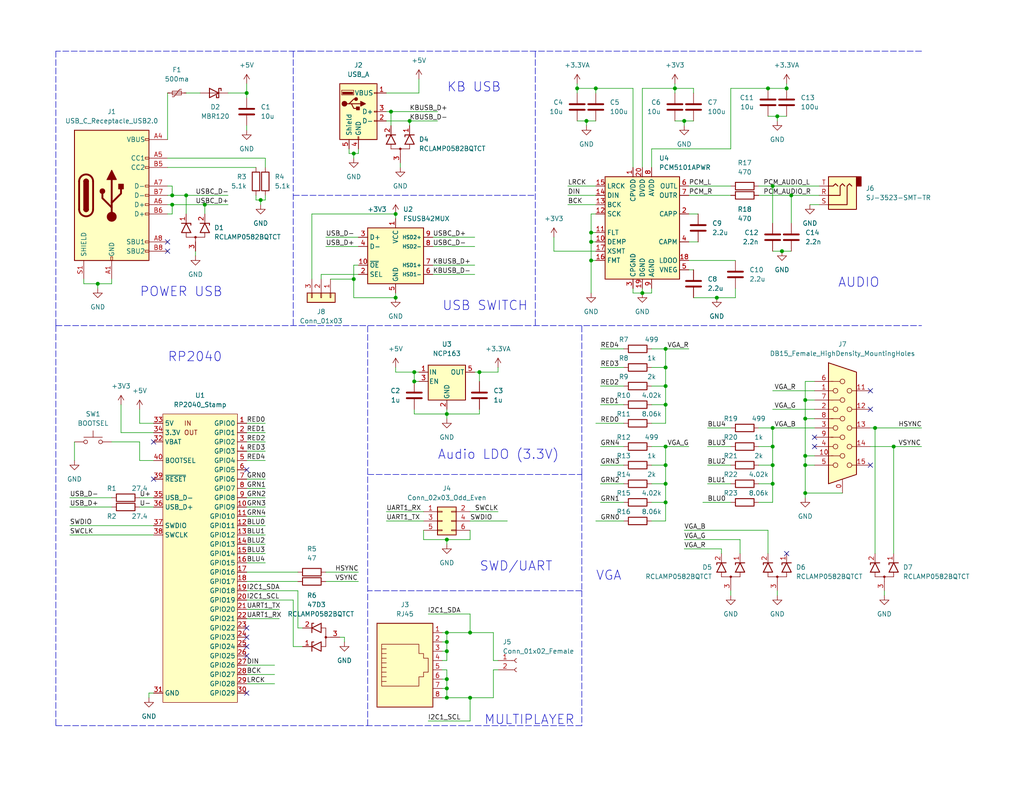
<source format=kicad_sch>
(kicad_sch (version 20211123) (generator eeschema)
  (paper "USLetter")
  (title_block (title "RP2040 ULTRA DOOM") (date "2022-09-02") (rev "0.1") (company "Designed By: Nick Bernhardt") (comment 1 "Creative Commons BY-NC-SA 4.0"))
  (junction (at 184.15 24.13))
  (junction (at 161.29 66.04))
  (junction (at 181.61 121.92))
  (junction (at 46.99 55.88))
  (junction (at 219.71 127))
  (junction (at 212.09 31.75))
  (junction (at 121.92 175.26))
  (junction (at 26.67 77.47))
  (junction (at 210.82 132.08))
  (junction (at 113.03 104.14))
  (junction (at 213.36 68.58))
  (junction (at 219.71 114.3))
  (junction (at 219.71 124.46))
  (junction (at 195.58 81.28))
  (junction (at 121.92 172.72))
  (junction (at 219.71 134.62))
  (junction (at 96.52 76.2))
  (junction (at 128.27 190.5))
  (junction (at 67.31 25.4))
  (junction (at 210.82 116.84))
  (junction (at 121.92 113.03))
  (junction (at 181.61 127))
  (junction (at 121.92 185.42))
  (junction (at 121.92 190.5))
  (junction (at 161.29 71.12))
  (junction (at 181.61 132.08))
  (junction (at 238.76 116.84))
  (junction (at 243.84 121.92))
  (junction (at 50.8 53.34))
  (junction (at 161.29 63.5))
  (junction (at 130.81 101.6))
  (junction (at 111.76 33.02))
  (junction (at 157.48 24.13))
  (junction (at 181.61 95.25))
  (junction (at 210.82 121.92))
  (junction (at 107.95 58.42))
  (junction (at 71.12 54.61))
  (junction (at 121.92 147.32))
  (junction (at 121.92 187.96))
  (junction (at 96.52 41.91))
  (junction (at 219.71 109.22))
  (junction (at 210.82 127))
  (junction (at 175.26 80.01))
  (junction (at 160.02 33.02))
  (junction (at 162.56 24.13))
  (junction (at 215.9 53.34))
  (junction (at 46.99 53.34))
  (junction (at 186.69 33.02))
  (junction (at 181.61 110.49))
  (junction (at 106.68 30.48))
  (junction (at 214.63 24.13))
  (junction (at 181.61 137.16))
  (junction (at 128.27 172.72))
  (junction (at 181.61 105.41))
  (junction (at 107.95 81.28))
  (junction (at 209.55 24.13))
  (junction (at 113.03 101.6))
  (junction (at 55.88 55.88))
  (junction (at 210.82 50.8))
  (junction (at 181.61 100.33))
  (junction (at 121.92 177.8))
  (no_connect (at 67.31 128.27))
  (no_connect (at 67.31 171.45))
  (no_connect (at 67.31 173.99))
  (no_connect (at 45.72 68.58))
  (no_connect (at 45.72 66.04))
  (no_connect (at 67.31 176.53))
  (no_connect (at 67.31 189.23))
  (no_connect (at 41.91 130.81))
  (no_connect (at 237.49 127))
  (no_connect (at 222.25 119.38))
  (no_connect (at 222.25 121.92))
  (no_connect (at 237.49 111.76))
  (no_connect (at 237.49 106.68))
  (no_connect (at 67.31 179.07))
  (no_connect (at 41.91 120.65))
  (no_connect (at 214.63 151.13))
  (polyline (pts (xy 15.24 13.97) (xy 15.24 88.9)))
  (wire (pts (xy 120.65 190.5) (xy 121.92 190.5)))
  (wire (pts (xy 121.92 147.32) (xy 128.27 147.32)))
  (polyline (pts (xy 146.05 13.97) (xy 146.05 88.9)))
  (wire (pts (xy 161.29 66.04) (xy 161.29 71.12)))
  (wire (pts (xy 207.01 50.8) (xy 210.82 50.8)))
  (wire (pts (xy 55.88 55.88) (xy 62.23 55.88)))
  (wire (pts (xy 95.25 40.64) (xy 95.25 41.91)))
  (wire (pts (xy 67.31 166.37) (xy 76.2 166.37)))
  (wire (pts (xy 199.39 40.64) (xy 199.39 24.13)))
  (wire (pts (xy 22.86 76.2) (xy 22.86 77.47)))
  (wire (pts (xy 210.82 68.58) (xy 213.36 68.58)))
  (wire (pts (xy 38.1 135.89) (xy 41.91 135.89)))
  (polyline (pts (xy 251.46 13.97) (xy 140.97 13.97)))
  (wire (pts (xy 120.65 175.26) (xy 121.92 175.26)))
  (wire (pts (xy 215.9 53.34) (xy 215.9 60.96)))
  (wire (pts (xy 46.99 58.42) (xy 46.99 55.88)))
  (wire (pts (xy 118.11 64.77) (xy 129.54 64.77)))
  (wire (pts (xy 45.72 45.72) (xy 69.85 45.72)))
  (wire (pts (xy 69.85 54.61) (xy 71.12 54.61)))
  (wire (pts (xy 209.55 24.13) (xy 214.63 24.13)))
  (polyline (pts (xy 85.09 13.97) (xy 15.24 13.97)))
  (wire (pts (xy 46.99 55.88) (xy 55.88 55.88)))
  (wire (pts (xy 212.09 31.75) (xy 212.09 33.02)))
  (wire (pts (xy 219.71 134.62) (xy 229.87 134.62)))
  (wire (pts (xy 215.9 53.34) (xy 223.52 53.34)))
  (wire (pts (xy 186.69 144.78) (xy 209.55 144.78)))
  (wire (pts (xy 67.31 163.83) (xy 80.01 163.83)))
  (wire (pts (xy 53.34 68.58) (xy 53.34 69.85)))
  (wire (pts (xy 41.91 118.11) (xy 33.02 118.11)))
  (wire (pts (xy 161.29 63.5) (xy 161.29 66.04)))
  (wire (pts (xy 113.03 101.6) (xy 114.3 101.6)))
  (wire (pts (xy 163.83 121.92) (xy 170.18 121.92)))
  (wire (pts (xy 161.29 58.42) (xy 161.29 63.5)))
  (wire (pts (xy 105.41 25.4) (xy 114.3 25.4)))
  (wire (pts (xy 162.56 33.02) (xy 160.02 33.02)))
  (polyline (pts (xy 140.97 88.9) (xy 85.09 88.9)))
  (polyline (pts (xy 100.33 129.54) (xy 158.75 129.54)))
  (wire (pts (xy 67.31 34.29) (xy 67.31 35.56)))
  (wire (pts (xy 46.99 50.8) (xy 46.99 53.34)))
  (wire (pts (xy 71.12 54.61) (xy 71.12 55.88)))
  (polyline (pts (xy 158.75 129.54) (xy 158.75 161.29)))
  (wire (pts (xy 222.25 104.14) (xy 219.71 104.14)))
  (polyline (pts (xy 15.24 88.9) (xy 85.09 88.9)))
  (wire (pts (xy 160.02 33.02) (xy 160.02 34.29)))
  (wire (pts (xy 187.96 71.12) (xy 200.66 71.12)))
  (wire (pts (xy 80.01 176.53) (xy 82.55 176.53)))
  (wire (pts (xy 130.81 111.76) (xy 130.81 113.03)))
  (wire (pts (xy 19.05 146.05) (xy 41.91 146.05)))
  (wire (pts (xy 105.41 33.02) (xy 111.76 33.02)))
  (wire (pts (xy 128.27 144.78) (xy 128.27 147.32)))
  (wire (pts (xy 109.22 44.45) (xy 109.22 45.72)))
  (wire (pts (xy 172.72 24.13) (xy 162.56 24.13)))
  (wire (pts (xy 93.98 173.99) (xy 93.98 175.26)))
  (polyline (pts (xy 158.75 198.12) (xy 100.33 198.12)))
  (wire (pts (xy 154.94 50.8) (xy 162.56 50.8)))
  (wire (pts (xy 209.55 31.75) (xy 212.09 31.75)))
  (wire (pts (xy 128.27 190.5) (xy 128.27 196.85)))
  (wire (pts (xy 105.41 139.7) (xy 115.57 139.7)))
  (wire (pts (xy 210.82 132.08) (xy 210.82 137.16)))
  (wire (pts (xy 219.71 124.46) (xy 219.71 127)))
  (wire (pts (xy 163.83 95.25) (xy 170.18 95.25)))
  (wire (pts (xy 210.82 50.8) (xy 210.82 60.96)))
  (wire (pts (xy 67.31 115.57) (xy 72.39 115.57)))
  (wire (pts (xy 120.65 185.42) (xy 121.92 185.42)))
  (wire (pts (xy 181.61 100.33) (xy 181.61 105.41)))
  (wire (pts (xy 38.1 120.65) (xy 30.48 120.65)))
  (wire (pts (xy 115.57 144.78) (xy 115.57 147.32)))
  (wire (pts (xy 177.8 40.64) (xy 199.39 40.64)))
  (wire (pts (xy 193.04 127) (xy 199.39 127)))
  (wire (pts (xy 128.27 172.72) (xy 134.62 172.72)))
  (polyline (pts (xy 100.33 198.12) (xy 100.33 88.9)))
  (wire (pts (xy 107.95 59.69) (xy 107.95 58.42)))
  (wire (pts (xy 40.64 189.23) (xy 40.64 190.5)))
  (wire (pts (xy 162.56 142.24) (xy 170.18 142.24)))
  (wire (pts (xy 121.92 175.26) (xy 121.92 177.8)))
  (wire (pts (xy 130.81 113.03) (xy 121.92 113.03)))
  (wire (pts (xy 154.94 53.34) (xy 162.56 53.34)))
  (wire (pts (xy 62.23 25.4) (xy 67.31 25.4)))
  (wire (pts (xy 121.92 190.5) (xy 128.27 190.5)))
  (wire (pts (xy 163.83 127) (xy 170.18 127)))
  (wire (pts (xy 191.77 137.16) (xy 199.39 137.16)))
  (wire (pts (xy 88.9 64.77) (xy 97.79 64.77)))
  (wire (pts (xy 67.31 22.86) (xy 67.31 25.4)))
  (wire (pts (xy 177.8 132.08) (xy 181.61 132.08)))
  (wire (pts (xy 121.92 111.76) (xy 121.92 113.03)))
  (wire (pts (xy 128.27 190.5) (xy 134.62 190.5)))
  (wire (pts (xy 207.01 137.16) (xy 210.82 137.16)))
  (wire (pts (xy 88.9 156.21) (xy 97.79 156.21)))
  (wire (pts (xy 243.84 121.92) (xy 251.46 121.92)))
  (wire (pts (xy 172.72 78.74) (xy 172.72 80.01)))
  (wire (pts (xy 95.25 41.91) (xy 96.52 41.91)))
  (wire (pts (xy 186.69 149.86) (xy 196.85 149.86)))
  (wire (pts (xy 181.61 110.49) (xy 181.61 115.57)))
  (wire (pts (xy 85.09 58.42) (xy 85.09 76.2)))
  (wire (pts (xy 184.15 22.86) (xy 184.15 24.13)))
  (wire (pts (xy 219.71 109.22) (xy 219.71 114.3)))
  (wire (pts (xy 105.41 30.48) (xy 106.68 30.48)))
  (wire (pts (xy 67.31 135.89) (xy 72.39 135.89)))
  (wire (pts (xy 200.66 81.28) (xy 195.58 81.28)))
  (wire (pts (xy 90.17 76.2) (xy 96.52 76.2)))
  (wire (pts (xy 106.68 30.48) (xy 106.68 34.29)))
  (wire (pts (xy 210.82 127) (xy 210.82 132.08)))
  (wire (pts (xy 181.61 95.25) (xy 187.96 95.25)))
  (wire (pts (xy 120.65 182.88) (xy 121.92 182.88)))
  (wire (pts (xy 175.26 78.74) (xy 175.26 80.01)))
  (wire (pts (xy 177.8 142.24) (xy 181.61 142.24)))
  (polyline (pts (xy 158.75 161.29) (xy 158.75 198.12)))
  (wire (pts (xy 157.48 24.13) (xy 157.48 25.4)))
  (wire (pts (xy 181.61 121.92) (xy 187.96 121.92)))
  (wire (pts (xy 30.48 76.2) (xy 30.48 77.47)))
  (wire (pts (xy 210.82 50.8) (xy 223.52 50.8)))
  (wire (pts (xy 72.39 53.34) (xy 72.39 54.61)))
  (wire (pts (xy 22.86 77.47) (xy 26.67 77.47)))
  (wire (pts (xy 107.95 58.42) (xy 85.09 58.42)))
  (wire (pts (xy 67.31 158.75) (xy 81.28 158.75)))
  (wire (pts (xy 184.15 24.13) (xy 189.23 24.13)))
  (wire (pts (xy 67.31 123.19) (xy 72.39 123.19)))
  (polyline (pts (xy 140.97 13.97) (xy 85.09 13.97)))
  (wire (pts (xy 97.79 41.91) (xy 96.52 41.91)))
  (wire (pts (xy 193.04 121.92) (xy 199.39 121.92)))
  (wire (pts (xy 67.31 120.65) (xy 72.39 120.65)))
  (wire (pts (xy 199.39 161.29) (xy 199.39 162.56)))
  (wire (pts (xy 184.15 24.13) (xy 175.26 24.13)))
  (polyline (pts (xy 140.97 88.9) (xy 251.46 88.9)))
  (wire (pts (xy 121.92 113.03) (xy 121.92 114.3)))
  (wire (pts (xy 161.29 71.12) (xy 162.56 71.12)))
  (wire (pts (xy 45.72 50.8) (xy 46.99 50.8)))
  (wire (pts (xy 50.8 53.34) (xy 50.8 58.42)))
  (wire (pts (xy 212.09 161.29) (xy 212.09 162.56)))
  (wire (pts (xy 45.72 25.4) (xy 45.72 38.1)))
  (wire (pts (xy 207.01 127) (xy 210.82 127)))
  (wire (pts (xy 161.29 71.12) (xy 161.29 80.01)))
  (polyline (pts (xy 158.75 161.29) (xy 100.33 161.29)))
  (wire (pts (xy 116.84 196.85) (xy 128.27 196.85)))
  (wire (pts (xy 113.03 113.03) (xy 121.92 113.03)))
  (wire (pts (xy 163.83 132.08) (xy 170.18 132.08)))
  (wire (pts (xy 115.57 147.32) (xy 121.92 147.32)))
  (wire (pts (xy 114.3 104.14) (xy 113.03 104.14)))
  (wire (pts (xy 186.69 33.02) (xy 186.69 34.29)))
  (polyline (pts (xy 15.24 88.9) (xy 15.24 198.12)))
  (wire (pts (xy 67.31 138.43) (xy 72.39 138.43)))
  (wire (pts (xy 38.1 125.73) (xy 38.1 120.65)))
  (wire (pts (xy 175.26 24.13) (xy 175.26 45.72)))
  (wire (pts (xy 157.48 22.86) (xy 157.48 24.13)))
  (wire (pts (xy 38.1 115.57) (xy 38.1 111.76)))
  (wire (pts (xy 67.31 151.13) (xy 72.39 151.13)))
  (wire (pts (xy 187.96 50.8) (xy 199.39 50.8)))
  (wire (pts (xy 200.66 78.74) (xy 200.66 81.28)))
  (wire (pts (xy 161.29 63.5) (xy 162.56 63.5)))
  (wire (pts (xy 163.83 137.16) (xy 170.18 137.16)))
  (wire (pts (xy 177.8 121.92) (xy 181.61 121.92)))
  (wire (pts (xy 81.28 161.29) (xy 81.28 171.45)))
  (wire (pts (xy 196.85 149.86) (xy 196.85 151.13)))
  (wire (pts (xy 189.23 81.28) (xy 195.58 81.28)))
  (wire (pts (xy 80.01 163.83) (xy 80.01 176.53)))
  (wire (pts (xy 181.61 95.25) (xy 181.61 100.33)))
  (wire (pts (xy 177.8 80.01) (xy 175.26 80.01)))
  (wire (pts (xy 219.71 127) (xy 219.71 134.62)))
  (wire (pts (xy 219.71 114.3) (xy 219.71 124.46)))
  (wire (pts (xy 184.15 24.13) (xy 184.15 25.4)))
  (wire (pts (xy 157.48 33.02) (xy 160.02 33.02)))
  (wire (pts (xy 181.61 121.92) (xy 181.61 127)))
  (wire (pts (xy 26.67 77.47) (xy 26.67 78.74)))
  (wire (pts (xy 177.8 110.49) (xy 181.61 110.49)))
  (wire (pts (xy 121.92 172.72) (xy 128.27 172.72)))
  (wire (pts (xy 128.27 139.7) (xy 135.89 139.7)))
  (wire (pts (xy 210.82 106.68) (xy 222.25 106.68)))
  (wire (pts (xy 69.85 53.34) (xy 69.85 54.61)))
  (wire (pts (xy 19.05 143.51) (xy 41.91 143.51)))
  (wire (pts (xy 162.56 115.57) (xy 170.18 115.57)))
  (wire (pts (xy 106.68 30.48) (xy 119.38 30.48)))
  (wire (pts (xy 67.31 143.51) (xy 72.39 143.51)))
  (wire (pts (xy 154.94 55.88) (xy 162.56 55.88)))
  (wire (pts (xy 177.8 127) (xy 181.61 127)))
  (wire (pts (xy 157.48 24.13) (xy 162.56 24.13)))
  (wire (pts (xy 187.96 53.34) (xy 199.39 53.34)))
  (wire (pts (xy 163.83 110.49) (xy 170.18 110.49)))
  (wire (pts (xy 181.61 105.41) (xy 181.61 110.49)))
  (wire (pts (xy 118.11 67.31) (xy 129.54 67.31)))
  (wire (pts (xy 120.65 180.34) (xy 121.92 180.34)))
  (wire (pts (xy 19.05 135.89) (xy 30.48 135.89)))
  (wire (pts (xy 41.91 115.57) (xy 38.1 115.57)))
  (wire (pts (xy 88.9 67.31) (xy 97.79 67.31)))
  (wire (pts (xy 92.71 173.99) (xy 93.98 173.99)))
  (wire (pts (xy 177.8 95.25) (xy 181.61 95.25)))
  (wire (pts (xy 219.71 124.46) (xy 222.25 124.46)))
  (wire (pts (xy 111.76 33.02) (xy 111.76 34.29)))
  (wire (pts (xy 121.92 172.72) (xy 121.92 175.26)))
  (wire (pts (xy 163.83 105.41) (xy 170.18 105.41)))
  (wire (pts (xy 177.8 137.16) (xy 181.61 137.16)))
  (wire (pts (xy 67.31 118.11) (xy 72.39 118.11)))
  (wire (pts (xy 214.63 22.86) (xy 214.63 24.13)))
  (wire (pts (xy 67.31 125.73) (xy 72.39 125.73)))
  (wire (pts (xy 46.99 53.34) (xy 50.8 53.34)))
  (wire (pts (xy 134.62 182.88) (xy 134.62 190.5)))
  (wire (pts (xy 67.31 156.21) (xy 81.28 156.21)))
  (wire (pts (xy 210.82 116.84) (xy 210.82 121.92)))
  (wire (pts (xy 107.95 80.01) (xy 107.95 81.28)))
  (wire (pts (xy 181.61 127) (xy 181.61 132.08)))
  (wire (pts (xy 219.71 127) (xy 222.25 127)))
  (wire (pts (xy 96.52 72.39) (xy 96.52 76.2)))
  (wire (pts (xy 114.3 21.59) (xy 114.3 25.4)))
  (wire (pts (xy 243.84 121.92) (xy 243.84 151.13)))
  (wire (pts (xy 45.72 43.18) (xy 72.39 43.18)))
  (polyline (pts (xy 15.24 198.12) (xy 100.33 198.12)))
  (wire (pts (xy 199.39 24.13) (xy 209.55 24.13)))
  (wire (pts (xy 193.04 132.08) (xy 199.39 132.08)))
  (wire (pts (xy 45.72 53.34) (xy 46.99 53.34)))
  (wire (pts (xy 20.32 120.65) (xy 20.32 125.73)))
  (wire (pts (xy 172.72 24.13) (xy 172.72 45.72)))
  (wire (pts (xy 120.65 187.96) (xy 121.92 187.96)))
  (wire (pts (xy 120.65 172.72) (xy 121.92 172.72)))
  (wire (pts (xy 111.76 33.02) (xy 119.38 33.02)))
  (wire (pts (xy 213.36 68.58) (xy 215.9 68.58)))
  (wire (pts (xy 177.8 78.74) (xy 177.8 80.01)))
  (wire (pts (xy 237.49 121.92) (xy 243.84 121.92)))
  (wire (pts (xy 121.92 185.42) (xy 121.92 187.96)))
  (wire (pts (xy 96.52 76.2) (xy 96.52 81.28)))
  (wire (pts (xy 207.01 53.34) (xy 215.9 53.34)))
  (wire (pts (xy 67.31 153.67) (xy 72.39 153.67)))
  (wire (pts (xy 67.31 186.69) (xy 74.93 186.69)))
  (wire (pts (xy 161.29 66.04) (xy 162.56 66.04)))
  (wire (pts (xy 135.89 100.33) (xy 135.89 101.6)))
  (wire (pts (xy 96.52 41.91) (xy 96.52 43.18)))
  (wire (pts (xy 87.63 74.93) (xy 87.63 76.2)))
  (wire (pts (xy 88.9 158.75) (xy 97.79 158.75)))
  (wire (pts (xy 187.96 58.42) (xy 190.5 58.42)))
  (wire (pts (xy 135.89 180.34) (xy 134.62 180.34)))
  (wire (pts (xy 121.92 177.8) (xy 121.92 180.34)))
  (wire (pts (xy 187.96 73.66) (xy 189.23 73.66)))
  (wire (pts (xy 162.56 24.13) (xy 162.56 25.4)))
  (wire (pts (xy 163.83 100.33) (xy 170.18 100.33)))
  (wire (pts (xy 214.63 31.75) (xy 212.09 31.75)))
  (wire (pts (xy 67.31 184.15) (xy 74.93 184.15)))
  (wire (pts (xy 162.56 58.42) (xy 161.29 58.42)))
  (wire (pts (xy 219.71 134.62) (xy 219.71 135.89)))
  (wire (pts (xy 19.05 138.43) (xy 30.48 138.43)))
  (wire (pts (xy 130.81 101.6) (xy 130.81 104.14)))
  (wire (pts (xy 241.3 161.29) (xy 241.3 162.56)))
  (wire (pts (xy 81.28 171.45) (xy 82.55 171.45)))
  (wire (pts (xy 67.31 161.29) (xy 81.28 161.29)))
  (wire (pts (xy 189.23 33.02) (xy 186.69 33.02)))
  (wire (pts (xy 210.82 116.84) (xy 222.25 116.84)))
  (wire (pts (xy 134.62 172.72) (xy 134.62 180.34)))
  (wire (pts (xy 187.96 66.04) (xy 190.5 66.04)))
  (polyline (pts (xy 81.28 13.97) (xy 85.09 13.97)))
  (wire (pts (xy 120.65 177.8) (xy 121.92 177.8)))
  (wire (pts (xy 130.81 101.6) (xy 129.54 101.6)))
  (wire (pts (xy 135.89 182.88) (xy 134.62 182.88)))
  (wire (pts (xy 151.13 64.77) (xy 151.13 68.58)))
  (wire (pts (xy 209.55 144.78) (xy 209.55 151.13)))
  (wire (pts (xy 237.49 116.84) (xy 238.76 116.84)))
  (polyline (pts (xy 80.01 53.34) (xy 146.05 53.34)))
  (wire (pts (xy 97.79 72.39) (xy 96.52 72.39)))
  (wire (pts (xy 105.41 142.24) (xy 115.57 142.24)))
  (wire (pts (xy 201.93 147.32) (xy 201.93 151.13)))
  (wire (pts (xy 177.8 45.72) (xy 177.8 40.64)))
  (wire (pts (xy 177.8 100.33) (xy 181.61 100.33)))
  (wire (pts (xy 238.76 116.84) (xy 251.46 116.84)))
  (wire (pts (xy 238.76 116.84) (xy 238.76 151.13)))
  (wire (pts (xy 67.31 25.4) (xy 67.31 26.67)))
  (wire (pts (xy 135.89 101.6) (xy 130.81 101.6)))
  (wire (pts (xy 38.1 138.43) (xy 41.91 138.43)))
  (wire (pts (xy 67.31 146.05) (xy 72.39 146.05)))
  (wire (pts (xy 219.71 114.3) (xy 222.25 114.3)))
  (wire (pts (xy 189.23 24.13) (xy 189.23 25.4)))
  (wire (pts (xy 38.1 125.73) (xy 41.91 125.73)))
  (wire (pts (xy 67.31 133.35) (xy 72.39 133.35)))
  (wire (pts (xy 97.79 40.64) (xy 97.79 41.91)))
  (wire (pts (xy 67.31 140.97) (xy 72.39 140.97)))
  (wire (pts (xy 210.82 111.76) (xy 222.25 111.76)))
  (wire (pts (xy 67.31 168.91) (xy 76.2 168.91)))
  (polyline (pts (xy 158.75 129.54) (xy 158.75 88.9)))
  (wire (pts (xy 113.03 104.14) (xy 113.03 101.6)))
  (wire (pts (xy 41.91 189.23) (xy 40.64 189.23)))
  (wire (pts (xy 67.31 130.81) (xy 72.39 130.81)))
  (wire (pts (xy 184.15 33.02) (xy 186.69 33.02)))
  (wire (pts (xy 113.03 101.6) (xy 107.95 101.6)))
  (wire (pts (xy 207.01 116.84) (xy 210.82 116.84)))
  (wire (pts (xy 55.88 55.88) (xy 55.88 58.42)))
  (wire (pts (xy 128.27 172.72) (xy 128.27 167.64)))
  (wire (pts (xy 151.13 68.58) (xy 162.56 68.58)))
  (wire (pts (xy 207.01 132.08) (xy 210.82 132.08)))
  (wire (pts (xy 121.92 187.96) (xy 121.92 190.5)))
  (wire (pts (xy 67.31 181.61) (xy 74.93 181.61)))
  (wire (pts (xy 181.61 132.08) (xy 181.61 137.16)))
  (wire (pts (xy 45.72 55.88) (xy 46.99 55.88)))
  (wire (pts (xy 186.69 147.32) (xy 201.93 147.32)))
  (wire (pts (xy 210.82 121.92) (xy 210.82 127)))
  (wire (pts (xy 50.8 25.4) (xy 54.61 25.4)))
  (wire (pts (xy 116.84 167.64) (xy 128.27 167.64)))
  (wire (pts (xy 113.03 111.76) (xy 113.03 113.03)))
  (wire (pts (xy 121.92 147.32) (xy 121.92 148.59)))
  (wire (pts (xy 219.71 104.14) (xy 219.71 109.22)))
  (wire (pts (xy 118.11 74.93) (xy 129.54 74.93)))
  (wire (pts (xy 121.92 182.88) (xy 121.92 185.42)))
  (wire (pts (xy 177.8 115.57) (xy 181.61 115.57)))
  (polyline (pts (xy 80.01 13.97) (xy 80.01 88.9)))
  (wire (pts (xy 107.95 100.33) (xy 107.95 101.6)))
  (wire (pts (xy 71.12 54.61) (xy 72.39 54.61)))
  (wire (pts (xy 50.8 53.34) (xy 62.23 53.34)))
  (wire (pts (xy 207.01 121.92) (xy 210.82 121.92)))
  (wire (pts (xy 181.61 137.16) (xy 181.61 142.24)))
  (wire (pts (xy 87.63 74.93) (xy 97.79 74.93)))
  (wire (pts (xy 220.98 55.88) (xy 223.52 55.88)))
  (wire (pts (xy 67.31 148.59) (xy 72.39 148.59)))
  (wire (pts (xy 177.8 105.41) (xy 181.61 105.41)))
  (wire (pts (xy 45.72 58.42) (xy 46.99 58.42)))
  (wire (pts (xy 96.52 81.28) (xy 107.95 81.28)))
  (wire (pts (xy 72.39 43.18) (xy 72.39 45.72)))
  (wire (pts (xy 33.02 118.11) (xy 33.02 110.49)))
  (wire (pts (xy 193.04 116.84) (xy 199.39 116.84)))
  (wire (pts (xy 118.11 72.39) (xy 129.54 72.39)))
  (wire (pts (xy 30.48 77.47) (xy 26.67 77.47)))
  (wire (pts (xy 219.71 109.22) (xy 222.25 109.22)))
  (wire (pts (xy 128.27 142.24) (xy 138.43 142.24)))
  (wire (pts (xy 172.72 80.01) (xy 175.26 80.01)))
  (text "VGA" (at 162.56 158.75 0) (effects (font (size 2.54 2.54)) (justify left bottom)))
  (text "Audio LDO (3.3V)" (at 119.38 125.73 0) (effects (font (size 2.54 2.54)) (justify left bottom)))
  (text "SWD/UART" (at 130.81 156.21 0) (effects (font (size 2.54 2.54)) (justify left bottom)))
  (text "MULTIPLAYER" (at 132.08 198.12 0) (effects (font (size 2.54 2.54)) (justify left bottom)))
  (text "USB SWITCH" (at 120.65 85.09 0) (effects (font (size 2.54 2.54)) (justify left bottom)))
  (text "POWER USB" (at 38.1 81.28 0) (effects (font (size 2.54 2.54)) (justify left bottom)))
  (text "AUDIO" (at 228.6 78.74 0) (effects (font (size 2.54 2.54)) (justify left bottom)))
  (text "RP2040" (at 45.72 99.06 0) (effects (font (size 2.54 2.54)) (justify left bottom)))
  (text "KB USB" (at 121.92 25.4 0) (effects (font (size 2.54 2.54)) (justify left bottom)))
  (label "LRCK" (at 154.94 50.8 0))
  (label "UART1_TX" (at 105.41 142.24 0))
  (label "UART1_TX" (at 67.31 166.37 0))
  (label "GRN4" (at 67.31 140.97 0))
  (label "GRN2" (at 67.31 135.89 0))
  (label "DIN" (at 154.94 53.34 0))
  (label "VGA_B" (at 186.69 144.78 0))
  (label "LRCK" (at 67.31 186.69 0))
  (label "BLU4" (at 67.31 153.67 0))
  (label "SWCLK" (at 129.54 139.7 0))
  (label "BLU1" (at 193.04 132.08 0))
  (label "USB_D+" (at 88.9 67.31 0))
  (label "PCM_AUDIO_R" (at 208.28 53.34 0))
  (label "SWDIO" (at 19.05 143.51 0))
  (label "VSYNC" (at 91.44 158.75 0))
  (label "USB_D-" (at 19.05 135.89 0))
  (label "BLU2" (at 193.04 127 0))
  (label "HSYNC" (at 245.11 116.84 0))
  (label "I2C1_SDA" (at 125.73 167.64 180))
  (label "U+" (at 38.1 135.89 0))
  (label "RED3" (at 163.83 100.33 0))
  (label "I2C1_SCL" (at 125.73 196.85 180))
  (label "KBUSB_D+" (at 111.76 30.48 0))
  (label "BLU1" (at 67.31 146.05 0))
  (label "DIN" (at 67.31 181.61 0))
  (label "I2C1_SCL" (at 67.31 163.83 0))
  (label "PCM_R" (at 187.96 53.34 0))
  (label "BLU4" (at 193.04 116.84 0))
  (label "VGA_G" (at 186.69 147.32 0))
  (label "GRN0" (at 67.31 130.81 0))
  (label "RED0" (at 67.31 115.57 0))
  (label "VGA_R" (at 217.17 106.68 180))
  (label "BLU3" (at 193.04 121.92 0))
  (label "GRN0" (at 163.83 142.24 0))
  (label "SWCLK" (at 19.05 146.05 0))
  (label "KBUSB_D-" (at 118.11 74.93 0))
  (label "GRN3" (at 67.31 138.43 0))
  (label "GRN2" (at 163.83 132.08 0))
  (label "RED4" (at 163.83 95.25 0))
  (label "RED1" (at 67.31 118.11 0))
  (label "RED1" (at 163.83 110.49 0))
  (label "USB_D+" (at 19.05 138.43 0))
  (label "USBC_D+" (at 118.11 64.77 0))
  (label "USBC_D-" (at 118.11 67.31 0))
  (label "RED3" (at 67.31 123.19 0))
  (label "KBUSB_D-" (at 111.76 33.02 0))
  (label "USBC_D+" (at 53.34 55.88 0))
  (label "RED2" (at 67.31 120.65 0))
  (label "VGA_G" (at 217.17 111.76 180))
  (label "VGA_B" (at 217.17 116.84 180))
  (label "USBC_D-" (at 53.34 53.34 0))
  (label "VSYNC" (at 245.11 121.92 0))
  (label "RED4" (at 67.31 125.73 0))
  (label "UART1_RX" (at 105.41 139.7 0))
  (label "GRN4" (at 163.83 121.92 0))
  (label "GRN1" (at 163.83 137.16 0))
  (label "UART1_RX" (at 67.31 168.91 0))
  (label "I2C1_SDA" (at 67.31 161.29 0))
  (label "HSYNC" (at 91.44 156.21 0))
  (label "BLU3" (at 67.31 151.13 0))
  (label "GRN1" (at 67.31 133.35 0))
  (label "PCM_AUDIO_L" (at 208.28 50.8 0))
  (label "GRN3" (at 163.83 127 0))
  (label "VGA_G" (at 187.96 121.92 180))
  (label "BLU0" (at 193.04 137.16 0))
  (label "RED2" (at 163.83 105.41 0))
  (label "VGA_R" (at 187.96 95.25 180))
  (label "RED0" (at 163.83 115.57 0))
  (label "U-" (at 38.1 138.43 0))
  (label "BLU2" (at 67.31 148.59 0))
  (label "PCM_L" (at 187.96 50.8 0))
  (label "USB_D-" (at 88.9 64.77 0))
  (label "SWDIO" (at 128.27 142.24 0))
  (label "VGA_R" (at 186.69 149.86 0))
  (label "BLU0" (at 67.31 143.51 0))
  (label "BCK" (at 154.94 55.88 0))
  (label "BCK" (at 67.31 184.15 0))
  (label "KBUSB_D+" (at 118.11 72.39 0))
  (symbol (lib_id "Device:C") (at 189.23 29.21 0) (unit 1)
    (property "Reference" "C7" (at 193.04 27.9399 0) (effects (justify left)))
    (property "Value" "100u" (at 193.04 30.4799 0) (effects (justify left)))
    (property "Footprint" "Capacitor_SMD:C_1210_3225Metric" (effects hide))
    (property "Mouser" "https://www.mouser.com/ProductDetail/Murata-Electronics/GRM32ER61A107ME20L?qs=QRVci0nWsCb7NlWFDLlBHA%3D%3D" (effects hide))
  )
  (symbol (lib_id "Device:C") (at 210.82 64.77 0) (unit 1)
    (property "Reference" "C12" (at 207.01 63.4999 0) (effects (justify right)))
    (property "Value" "2.2n" (at 207.01 66.0399 0) (effects (justify right)))
    (property "Footprint" "Capacitor_SMD:C_0603_1608Metric" (effects hide))
    (property "Mouser" "https://www.mouser.com/ProductDetail/Murata-Electronics/GRM1885C1H222JA01D?qs=LTSJzWPhWVwLnVjr0tf7BQ%3D%3D" (effects hide))
  )
  (symbol (lib_id "Device:R") (at 203.2 116.84 90) (unit 1)
    (property "Reference" "R19" (at 199.39 114.3 90))
    (property "Value" "499" (at 207.01 114.3 90))
    (property "Footprint" "Resistor_SMD:R_1206_3216Metric" (effects hide))
    (property "Mouser" "https://www.mouser.com/ProductDetail/Vishay-Dale/CRCW1206499RFKEAC?qs=E3Y5ESvWgWNtus3Z53N0rA%3D%3D" (effects hide))
    (property "MouserPN" "71-CRCW1206499RFKEAC" (effects hide))
  )
  (symbol (lib_id "Connector:DB15_Female_HighDensity_MountingHoles") (at 229.87 116.84 0) (unit 1)
    (property "Reference" "J7" (at 229.87 93.98 0))
    (property "Value" "DB15_Female_HighDensity_MountingHoles" (at 229.87 96.52 0))
    (property "Footprint" "Library Loader:L77HDE15SD1CH4RHNVGA" (effects hide))
    (property "Datasheet" " ~" (effects hide))
    (property "Mouser" "https://www.mouser.com/ProductDetail/Amphenol-Commercial-Products/L77HDE15SD1CH4RHNVGA?qs=sGAEpiMZZMuCYX%2F97lp%252BMd3rBgv0qTySPNMMUbtbYguIx4S%252BKAcEVw%3D%3D" (effects hide))
  )
  (symbol (lib_id "Device:C") (at 113.03 107.95 0) (unit 1)
    (property "Reference" "C2" (at 109.22 106.6799 0) (effects (justify right)))
    (property "Value" "1u" (at 109.22 109.2199 0) (effects (justify right)))
    (property "Footprint" "Capacitor_SMD:C_0805_2012Metric" (effects hide))
    (property "Mouser" "https://www.mouser.com/ProductDetail/Murata-Electronics/GRM21BR71A105KA01K?qs=Rc6BINVvJ%2FiXBniUY2d%2FOg%3D%3D" (effects hide))
  )
  (symbol (lib_id "Device:R") (at 203.2 132.08 90) (unit 1)
    (property "Reference" "R22" (at 199.39 129.54 90))
    (property "Value" "4.02k" (at 207.01 129.54 90))
    (property "Footprint" "Resistor_SMD:R_1206_3216Metric" (effects hide))
    (property "Mouser" "https://www.mouser.com/ProductDetail/Vishay-Dale/CRCW12064K02FKEAC?qs=E3Y5ESvWgWNuVhu396vOuw%3D%3D" (effects hide))
    (property "MouserPN" "71-CRCW12064K02FKEAC" (effects hide))
  )
  (symbol (lib_id "Device:C") (at 209.55 27.94 0) (unit 1)
    (property "Reference" "C11" (at 205.74 26.6699 0) (effects (justify right)))
    (property "Value" "10u" (at 205.74 29.2099 0) (effects (justify right)))
    (property "Footprint" "Capacitor_SMD:C_0805_2012Metric" (effects hide))
    (property "Mouser" "https://www.mouser.com/ProductDetail/Murata-Electronics/GRM21BR71A106KA73K?qs=QzBtWTOodeUGp6CMAlHyIg%3D%3D" (effects hide))
  )
  (symbol (lib_id "Device:R") (at 34.29 135.89 90) (unit 1)
    (property "Reference" "R1" (at 30.48 133.35 90))
    (property "Value" "27.4" (at 38.1 133.35 90))
    (property "Footprint" "Resistor_SMD:R_1206_3216Metric" (effects hide))
    (property "Mouser" "https://www.mouser.com/ProductDetail/Vishay-Dale/CRCW120627R4FKTB?qs=wiO5jjUX9wvTA9MW33%2FStA%3D%3D" (effects hide))
    (property "MouserPN" "71-CRCW120627R4FKTB" (effects hide))
  )
  (symbol (lib_id "power:GND") (at 186.69 34.29 0) (unit 1)
    (property "Reference" "#PWR025" (effects hide))
    (property "Value" "GND" (at 186.69 39.37 0))
  )
  (symbol (lib_id "Device:C") (at 184.15 29.21 0) (unit 1)
    (property "Reference" "C6" (at 180.34 27.9399 0) (effects (justify right)))
    (property "Value" "10u" (at 180.34 30.4799 0) (effects (justify right)))
    (property "Footprint" "Capacitor_SMD:C_0805_2012Metric" (effects hide))
    (property "Mouser" "https://www.mouser.com/ProductDetail/Murata-Electronics/GRM21BR71A106KA73K?qs=QzBtWTOodeUGp6CMAlHyIg%3D%3D" (effects hide))
  )
  (symbol (lib_id "Power_Protection:RCLAMP0582B") (at 109.22 39.37 270) (mirror x) (unit 1)
    (property "Reference" "D4" (at 114.3 38.0364 90) (effects (justify left)))
    (property "Value" "RCLAMP0582BQTCT" (at 114.3 40.5764 90) (effects (justify left)))
    (property "Footprint" "Doom_Pico:TVS_RCLAMP0502B.TCT" (effects hide))
    (property "Datasheet" "https://www.semtech.com/products/circuit-protection/low-capacitance/rclamp0582b" (effects hide))
    (property "Mouser" "https://www.mouser.com/ProductDetail/Semtech/RCLAMP0582BQTCT?qs=rBWM4%252BvDhIdyuNQteOG89g%3D%3D" (effects hide))
    (property "MouserPN" "947-RCLAMP0582BQTCT" (effects hide))
  )
  (symbol (lib_id "power:+3.3VA") (at 135.89 100.33 0) (unit 1)
    (property "Reference" "#PWR018" (effects hide))
    (property "Value" "+3.3VA" (at 135.89 95.25 0))
  )
  (symbol (lib_id "Device:R") (at 173.99 137.16 90) (unit 1)
    (property "Reference" "R15" (at 170.18 134.62 90))
    (property "Value" "4.02k" (at 177.8 134.62 90))
    (property "Footprint" "Resistor_SMD:R_1206_3216Metric" (effects hide))
    (property "Mouser" "https://www.mouser.com/ProductDetail/Vishay-Dale/CRCW12064K02FKEAC?qs=E3Y5ESvWgWNuVhu396vOuw%3D%3D" (effects hide))
    (property "MouserPN" "71-CRCW12064K02FKEAC" (effects hide))
  )
  (symbol (lib_id "Switch:SW_Push") (at 25.4 120.65 0) (unit 1)
    (property "Reference" "SW1" (at 25.4 113.03 0))
    (property "Value" "BOOTSEL" (at 25.4 115.57 0))
    (property "Footprint" "Button_Switch_THT:SW_PUSH_6mm" (effects hide))
  )
  (symbol (lib_id "Doom Pico:SJ-3523-SMT-TR") (at 229.87 52.07 180) (unit 1)
    (property "Reference" "J6" (at 236.22 51.4349 0) (effects (justify right)))
    (property "Value" "SJ-3523-SMT-TR" (at 236.22 53.9749 0) (effects (justify right)))
    (property "Footprint" "Doom_Pico:SJ3523SMTTR" (effects hide))
    (property "Datasheet" "https://www.mouser.de/datasheet/2/670/sj_352x_smt-1779397.pdf" (effects hide))
    (property "Description" "Phone Connectors Audio Jacks" (effects hide))
    (property "Height" "5.2" (effects hide))
    (property "Mouser Part Number" "490-SJ-3523-SMT-TR" (effects hide))
    (property "Mouser Price/Stock" "https://www.mouser.co.uk/ProductDetail/CUI-Devices/SJ-3523-SMT-TR?qs=WyjlAZoYn51zOHzJ3r4ZRA%3D%3D" (effects hide))
    (property "Manufacturer_Name" "CUI Inc." (effects hide))
    (property "Manufacturer_Part_Number" "SJ-3523-SMT-TR" (effects hide))
  )
  (symbol (lib_id "power:+3.3V") (at 33.02 110.49 0) (unit 1)
    (property "Reference" "#PWR03" (effects hide))
    (property "Value" "+3.3V" (at 33.02 105.41 0))
  )
  (symbol (lib_id "Power_Protection:RCLAMP0582B") (at 241.3 156.21 270) (mirror x) (unit 1)
    (property "Reference" "D7" (at 246.38 154.8764 90) (effects (justify left)))
    (property "Value" "RCLAMP0582BQTCT" (at 246.38 157.4164 90) (effects (justify left)))
    (property "Footprint" "Doom_Pico:TVS_RCLAMP0502B.TCT" (effects hide))
    (property "Datasheet" "https://www.semtech.com/products/circuit-protection/low-capacitance/rclamp0582b" (effects hide))
    (property "Mouser" "https://www.mouser.com/ProductDetail/Semtech/RCLAMP0582BQTCT?qs=rBWM4%252BvDhIdyuNQteOG89g%3D%3D" (effects hide))
    (property "MouserPN" "947-RCLAMP0582BQTCT" (effects hide))
  )
  (symbol (lib_id "power:+3.3V") (at 151.13 64.77 0) (unit 1)
    (property "Reference" "#PWR019" (effects hide))
    (property "Value" "+3.3V" (at 151.13 59.69 0))
  )
  (symbol (lib_id "Device:C") (at 215.9 64.77 0) (unit 1)
    (property "Reference" "C14" (at 219.71 63.4999 0) (effects (justify left)))
    (property "Value" "2.2n" (at 219.71 66.0399 0) (effects (justify left)))
    (property "Footprint" "Capacitor_SMD:C_0603_1608Metric" (effects hide))
    (property "Mouser" "https://www.mouser.com/ProductDetail/Murata-Electronics/GRM1885C1H222JA01D?qs=LTSJzWPhWVwLnVjr0tf7BQ%3D%3D" (effects hide))
  )
  (symbol (lib_id "power:+5V") (at 67.31 22.86 0) (unit 1)
    (property "Reference" "#PWR07" (effects hide))
    (property "Value" "+5V" (at 67.31 17.78 0))
  )
  (symbol (lib_id "Device:R") (at 173.99 95.25 90) (unit 1)
    (property "Reference" "R7" (at 170.18 92.71 90))
    (property "Value" "499" (at 177.8 92.71 90))
    (property "Footprint" "Resistor_SMD:R_1206_3216Metric" (effects hide))
    (property "Mouser" "https://www.mouser.com/ProductDetail/Vishay-Dale/CRCW1206499RFKEAC?qs=E3Y5ESvWgWNtus3Z53N0rA%3D%3D" (effects hide))
    (property "MouserPN" "71-CRCW1206499RFKEAC" (effects hide))
  )
  (symbol (lib_id "Device:R") (at 173.99 121.92 90) (unit 1)
    (property "Reference" "R12" (at 170.18 119.38 90))
    (property "Value" "499" (at 177.8 119.38 90))
    (property "Footprint" "Resistor_SMD:R_1206_3216Metric" (effects hide))
    (property "Mouser" "https://www.mouser.com/ProductDetail/Vishay-Dale/CRCW1206499RFKEAC?qs=E3Y5ESvWgWNtus3Z53N0rA%3D%3D" (effects hide))
    (property "MouserPN" "71-CRCW1206499RFKEAC" (effects hide))
  )
  (symbol (lib_id "power:GND") (at 71.12 55.88 0) (unit 1)
    (property "Reference" "#PWR09" (effects hide))
    (property "Value" "GND" (at 71.12 60.96 0))
  )
  (symbol (lib_id "Device:R") (at 34.29 138.43 90) (unit 1)
    (property "Reference" "R2" (at 30.48 140.97 90))
    (property "Value" "27.4" (at 38.1 140.97 90))
    (property "Footprint" "Resistor_SMD:R_1206_3216Metric" (effects hide))
    (property "Mouser" "https://www.mouser.com/ProductDetail/Vishay-Dale/CRCW120627R4FKTB?qs=wiO5jjUX9wvTA9MW33%2FStA%3D%3D" (effects hide))
    (property "MouserPN" "71-CRCW120627R4FKTB" (effects hide))
  )
  (symbol (lib_id "Device:R") (at 72.39 49.53 0) (unit 1)
    (property "Reference" "R4" (at 74.93 48.2599 0) (effects (justify left)))
    (property "Value" "5.1k" (at 74.93 50.7999 0) (effects (justify left)))
    (property "Footprint" "Resistor_SMD:R_1206_3216Metric" (effects hide))
    (property "Mouser" "https://www.mouser.com/ProductDetail/Vishay-Dale/CRCW12065K10FKEAC?qs=sGAEpiMZZMtlubZbdhIBIIZe04wfiaJWfxnd8xGMQ18%3D" (effects hide))
    (property "MouserPN" "71-CRCW12065K10FKEAC" (effects hide))
  )
  (symbol (lib_id "Audio:PCM5101") (at 175.26 60.96 0) (unit 1)
    (property "Reference" "U4" (at 179.8194 43.18 0) (effects (justify left)))
    (property "Value" "PCM5101APWR" (at 179.8194 45.72 0) (effects (justify left)))
    (property "Footprint" "Package_SO:TSSOP-20_4.4x6.5mm_P0.65mm" (effects hide))
    (property "Datasheet" "http://www.ti.com/lit/ds/symlink/pcm5101.pdf" (effects hide))
    (property "Mouser" "https://www.mouser.com/ProductDetail/Texas-Instruments/PCM5101APWR?qs=E2%2FxqS9xjzpKoAUBc2l1Vg%3D%3D" (effects hide))
  )
  (symbol (lib_id "power:+3.3VA") (at 214.63 22.86 0) (unit 1)
    (property "Reference" "#PWR031" (effects hide))
    (property "Value" "+3.3VA" (at 214.63 17.78 0))
  )
  (symbol (lib_id "Device:R") (at 85.09 158.75 90) (unit 1)
    (property "Reference" "R6" (at 85.09 162.56 90))
    (property "Value" "47" (at 85.09 165.1 90))
    (property "Footprint" "Resistor_SMD:R_1206_3216Metric" (effects hide))
    (property "Mouser" "https://www.mouser.com/ProductDetail/Vishay-Dale/CRCW120647R0FKEAC?qs=E3Y5ESvWgWOAkbQ5x%2FLgEg%3D%3D" (effects hide))
    (property "MouserPN" "71-CRCW120647R0FKEAC" (effects hide))
  )
  (symbol (lib_id "power:GND") (at 195.58 81.28 0) (unit 1)
    (property "Reference" "#PWR026" (effects hide))
    (property "Value" "GND" (at 195.58 86.36 0))
  )
  (symbol (lib_id "power:GND") (at 67.31 35.56 0) (unit 1)
    (property "Reference" "#PWR08" (effects hide))
    (property "Value" "GND" (at 67.31 40.64 0))
  )
  (symbol (lib_id "power:GND") (at 241.3 162.56 0) (unit 1)
    (property "Reference" "#PWR034" (effects hide))
    (property "Value" "GND" (at 241.3 167.64 0))
  )
  (symbol (lib_id "Device:R") (at 173.99 127 90) (unit 1)
    (property "Reference" "R13" (at 170.18 124.46 90))
    (property "Value" "1k" (at 177.8 124.46 90))
    (property "Footprint" "Resistor_SMD:R_1206_3216Metric" (effects hide))
    (property "Mouser" "https://www.mouser.com/ProductDetail/Vishay-Dale/CRCW12061K00FKEAC?qs=E3Y5ESvWgWO0OgAK1JT%252BIg%3D%3D" (effects hide))
    (property "MouserPN" "71-CRCW12061K00FKEAC" (effects hide))
  )
  (symbol (lib_id "Device:R") (at 203.2 53.34 90) (unit 1)
    (property "Reference" "R18" (at 203.2 57.15 90))
    (property "Value" "470" (at 203.2 59.69 90))
    (property "Footprint" "Resistor_SMD:R_1206_3216Metric" (effects hide))
    (property "Mouser" "https://www.mouser.com/ProductDetail/Vishay-Dale/CRCW1206470RFKEAC?qs=E3Y5ESvWgWN2uEeYjnq6hg%3D%3D" (effects hide))
    (property "MouserPN" "71-CRCW1206470RFKEAC" (effects hide))
  )
  (symbol (lib_id "Device:C") (at 157.48 29.21 0) (unit 1)
    (property "Reference" "C4" (at 153.67 27.9399 0) (effects (justify right)))
    (property "Value" "10u" (at 153.67 30.4799 0) (effects (justify right)))
    (property "Footprint" "Capacitor_SMD:C_0805_2012Metric" (effects hide))
    (property "Mouser" "https://www.mouser.com/ProductDetail/Murata-Electronics/GRM21BR71A106KA73K?qs=QzBtWTOodeUGp6CMAlHyIg%3D%3D" (effects hide))
  )
  (symbol (lib_id "Connector:Conn_01x02_Female") (at 140.97 180.34 0) (unit 1)
    (property "Reference" "J5" (at 137.16 175.26 0) (effects (justify left)))
    (property "Value" "Conn_01x02_Female" (at 137.16 177.8 0) (effects (justify left)))
    (property "Footprint" "Connector_PinHeader_2.54mm:PinHeader_1x02_P2.54mm_Vertical" (effects hide))
  )
  (symbol (lib_id "Device:Polyfuse_Small") (at 48.26 25.4 90) (unit 1)
    (property "Reference" "F1" (at 48.26 19.05 90))
    (property "Value" "500ma" (at 48.26 21.59 90))
    (property "Footprint" "Fuse:Fuse_1206_3216Metric" (effects hide))
    (property "Mouser" "https://www.mouser.com/ProductDetail/Littelfuse/1206L050YR?qs=PWhpLWeW8wckT8hV5jLiAA%3D%3D" (effects hide))
  )
  (symbol (lib_id "power:GND") (at 20.32 125.73 0) (unit 1)
    (property "Reference" "#PWR01" (effects hide))
    (property "Value" "GND" (at 20.32 130.81 0))
  )
  (symbol (lib_id "Device:R") (at 203.2 50.8 90) (unit 1)
    (property "Reference" "R17" (at 203.2 44.45 90))
    (property "Value" "470" (at 203.2 46.99 90))
    (property "Footprint" "Resistor_SMD:R_1206_3216Metric" (effects hide))
    (property "Mouser" "https://www.mouser.com/ProductDetail/Vishay-Dale/CRCW1206470RFKEAC?qs=E3Y5ESvWgWN2uEeYjnq6hg%3D%3D" (effects hide))
    (property "MouserPN" "71-CRCW1206470RFKEAC" (effects hide))
  )
  (symbol (lib_id "power:GND") (at 219.71 135.89 0) (unit 1)
    (property "Reference" "#PWR032" (effects hide))
    (property "Value" "GND" (at 219.71 140.97 0))
  )
  (symbol (lib_id "Device:C") (at 190.5 62.23 0) (unit 1)
    (property "Reference" "C9" (at 194.31 60.9599 0) (effects (justify left)))
    (property "Value" "2.2u" (at 194.31 63.4999 0) (effects (justify left)))
    (property "Footprint" "Capacitor_SMD:C_0603_1608Metric" (effects hide))
    (property "Mouser" "https://www.mouser.com/ProductDetail/Murata-Electronics/GRM188R71A225KE15J?qs=UOvNgVTuGCp28jccFPFZuA%3D%3D" (effects hide))
  )
  (symbol (lib_id "power:GND") (at 220.98 55.88 0) (unit 1)
    (property "Reference" "#PWR033" (effects hide))
    (property "Value" "GND" (at 220.98 60.96 0))
  )
  (symbol (lib_id "power:GND") (at 53.34 69.85 0) (unit 1)
    (property "Reference" "#PWR06" (effects hide))
    (property "Value" "GND" (at 53.34 74.93 0))
  )
  (symbol (lib_id "power:GND") (at 109.22 45.72 0) (unit 1)
    (property "Reference" "#PWR014" (effects hide))
    (property "Value" "GND" (at 109.22 50.8 0))
  )
  (symbol (lib_id "Connector:USB_A") (at 97.79 30.48 0) (unit 1)
    (property "Reference" "J2" (at 97.79 17.78 0))
    (property "Value" "USB_A" (at 97.79 20.32 0))
    (property "Footprint" "Connector_USB:USB_A_Stewart_SS-52100-001_Horizontal" (effects hide))
    (property "Datasheet" " ~" (effects hide))
    (property "Mouser" "https://www.mouser.com/ProductDetail/Stewart-Connector-Bel/SS-52100-001?qs=0lQeLiL1qyZpDP8aQUpKcQ%3D%3D" (effects hide))
    (property "MouserPN" "530-SS-52100-001" (effects hide))
  )
  (symbol (lib_id "RP2040 Stamp:RP2040_Stamp") (at 54.61 154.94 0) (unit 1)
    (property "Reference" "U1" (at 54.61 107.95 0))
    (property "Value" "RP2040_Stamp" (at 54.61 110.49 0))
    (property "Footprint" "RP2040 Footprint:RP2040_Stamp_THT" (effects hide))
  )
  (symbol (lib_id "Device:R") (at 69.85 49.53 0) (unit 1)
    (property "Reference" "R3" (at 67.31 48.2599 0) (effects (justify right)))
    (property "Value" "5.1k" (at 67.31 50.7999 0) (effects (justify right)))
    (property "Footprint" "Resistor_SMD:R_1206_3216Metric" (effects hide))
    (property "Mouser" "https://www.mouser.com/ProductDetail/Vishay-Dale/CRCW12065K10FKEAC?qs=sGAEpiMZZMtlubZbdhIBIIZe04wfiaJWfxnd8xGMQ18%3D" (effects hide))
    (property "MouserPN" "71-CRCW12065K10FKEAC" (effects hide))
  )
  (symbol (lib_id "power:+5V") (at 38.1 111.76 0) (unit 1)
    (property "Reference" "#PWR04" (effects hide))
    (property "Value" "+5V" (at 38.1 106.68 0))
  )
  (symbol (lib_id "power:GND") (at 175.26 80.01 0) (unit 1)
    (property "Reference" "#PWR023" (effects hide))
    (property "Value" "GND" (at 175.26 85.09 0))
  )
  (symbol (lib_id "Doom Pico:NCP163") (at 121.92 104.14 0) (unit 1)
    (property "Reference" "U3" (at 121.92 93.98 0))
    (property "Value" "NCP163" (at 121.92 96.52 0))
    (property "Footprint" "Package_TO_SOT_SMD:SOT-23-5" (effects hide))
    (property "Datasheet" "https://www.mouser.com/datasheet/2/308/NCP163_D-1101311.pdf" (effects hide))
    (property "Mouser" "https://www.mouser.com/ProductDetail/onsemi/NCP163ASN330T1G?qs=vLWxofP3U2ykJIQb1%252BPKcA%3D%3D" (effects hide))
  )
  (symbol (lib_id "Connector_Generic:Conn_02x03_Odd_Even") (at 120.65 142.24 0) (unit 1)
    (property "Reference" "J4" (at 121.92 133.35 0))
    (property "Value" "Conn_02x03_Odd_Even" (at 121.92 135.89 0))
    (property "Footprint" "Connector_PinHeader_2.54mm:PinHeader_2x03_P2.54mm_Vertical" (effects hide))
  )
  (symbol (lib_id "Device:C") (at 214.63 27.94 0) (unit 1)
    (property "Reference" "C13" (at 218.44 26.6699 0) (effects (justify left)))
    (property "Value" "100u" (at 218.44 29.2099 0) (effects (justify left)))
    (property "Footprint" "Capacitor_SMD:C_1210_3225Metric" (effects hide))
    (property "Mouser" "https://www.mouser.com/ProductDetail/Murata-Electronics/GRM32ER61A107ME20L?qs=QRVci0nWsCb7NlWFDLlBHA%3D%3D" (effects hide))
  )
  (symbol (lib_id "power:GND") (at 161.29 80.01 0) (unit 1)
    (property "Reference" "#PWR022" (effects hide))
    (property "Value" "GND" (at 161.29 85.09 0))
  )
  (symbol (lib_id "power:GND") (at 26.67 78.74 0) (unit 1)
    (property "Reference" "#PWR02" (effects hide))
    (property "Value" "GND" (at 26.67 83.82 0))
  )
  (symbol (lib_id "Device:C") (at 162.56 29.21 0) (unit 1)
    (property "Reference" "C5" (at 166.37 27.9399 0) (effects (justify left)))
    (property "Value" "100u" (at 166.37 30.4799 0) (effects (justify left)))
    (property "Footprint" "Capacitor_SMD:C_1210_3225Metric" (effects hide))
    (property "Mouser" "https://www.mouser.com/ProductDetail/Murata-Electronics/GRM32ER61A107ME20L?qs=QRVci0nWsCb7NlWFDLlBHA%3D%3D" (effects hide))
  )
  (symbol (lib_id "power:GND") (at 93.98 175.26 0) (unit 1)
    (property "Reference" "#PWR010" (effects hide))
    (property "Value" "GND" (at 93.98 180.34 0))
  )
  (symbol (lib_id "power:GND") (at 40.64 190.5 0) (unit 1)
    (property "Reference" "#PWR05" (effects hide))
    (property "Value" "GND" (at 40.64 195.58 0))
  )
  (symbol (lib_id "power:GND") (at 212.09 33.02 0) (unit 1)
    (property "Reference" "#PWR028" (effects hide))
    (property "Value" "GND" (at 212.09 38.1 0))
  )
  (symbol (lib_id "Device:R") (at 173.99 142.24 90) (unit 1)
    (property "Reference" "R16" (at 170.18 139.7 90))
    (property "Value" "8.06k" (at 177.8 139.7 90))
    (property "Footprint" "Resistor_SMD:R_1206_3216Metric" (effects hide))
    (property "Mouser" "https://www.mouser.com/ProductDetail/Vishay-Dale/CRCW12068K66FKEA?qs=RBObajmC9bE5mBDT%2FId3xA%3D%3D" (effects hide))
    (property "MouserPN" "71-CRCW1206-8.66K-E3" (effects hide))
  )
  (symbol (lib_id "power:+5V") (at 107.95 100.33 0) (unit 1)
    (property "Reference" "#PWR013" (effects hide))
    (property "Value" "+5V" (at 107.95 95.25 0))
  )
  (symbol (lib_id "Device:C") (at 130.81 107.95 0) (unit 1)
    (property "Reference" "C3" (at 134.62 106.6799 0) (effects (justify left)))
    (property "Value" "1u" (at 134.62 109.2199 0) (effects (justify left)))
    (property "Footprint" "Capacitor_SMD:C_0805_2012Metric" (effects hide))
    (property "Mouser" "https://www.mouser.com/ProductDetail/Murata-Electronics/GRM21BR71A105KA01K?qs=Rc6BINVvJ%2FiXBniUY2d%2FOg%3D%3D" (effects hide))
  )
  (symbol (lib_id "power:GND") (at 121.92 148.59 0) (unit 1)
    (property "Reference" "#PWR017" (effects hide))
    (property "Value" "GND" (at 121.92 153.67 0))
  )
  (symbol (lib_id "Connector_Generic:Conn_01x03") (at 87.63 81.28 270) (unit 1)
    (property "Reference" "J8" (at 87.63 85.09 90))
    (property "Value" "Conn_01x03" (at 87.63 87.63 90))
    (property "Footprint" "Connector_PinHeader_2.54mm:PinHeader_1x03_P2.54mm_Vertical" (effects hide))
  )
  (symbol (lib_id "power:GND") (at 107.95 81.28 0) (unit 1)
    (property "Reference" "#PWR012" (effects hide))
    (property "Value" "GND" (at 107.95 86.36 0))
  )
  (symbol (lib_id "Device:R") (at 173.99 105.41 90) (unit 1)
    (property "Reference" "R9" (at 170.18 102.87 90))
    (property "Value" "2k" (at 177.8 102.87 90))
    (property "Footprint" "Resistor_SMD:R_1206_3216Metric" (effects hide))
    (property "Mouser" "https://www.mouser.com/ProductDetail/Vishay-Dale/CRCW12062K00FKEAC?qs=E3Y5ESvWgWNh%252Bbqh6I5aiQ%3D%3D" (effects hide))
    (property "MouserPN" "71-CRCW12062K00FKEAC" (effects hide))
  )
  (symbol (lib_id "Device:R") (at 203.2 137.16 90) (unit 1)
    (property "Reference" "R23" (at 199.39 134.62 90))
    (property "Value" "8.06k" (at 207.01 134.62 90))
    (property "Footprint" "Resistor_SMD:R_1206_3216Metric" (effects hide))
    (property "Mouser" "https://www.mouser.com/ProductDetail/Vishay-Dale/CRCW12068K66FKEA?qs=RBObajmC9bE5mBDT%2FId3xA%3D%3D" (effects hide))
    (property "MouserPN" "71-CRCW1206-8.66K-E3" (effects hide))
  )
  (symbol (lib_id "power:+5V") (at 114.3 21.59 0) (unit 1)
    (property "Reference" "#PWR015" (effects hide))
    (property "Value" "+5V" (at 114.3 16.51 0))
  )
  (symbol (lib_id "Device:R") (at 173.99 115.57 90) (unit 1)
    (property "Reference" "R11" (at 170.18 113.03 90))
    (property "Value" "8.06k" (at 177.8 113.03 90))
    (property "Footprint" "Resistor_SMD:R_1206_3216Metric" (effects hide))
    (property "Mouser" "https://www.mouser.com/ProductDetail/Vishay-Dale/CRCW12068K66FKEA?qs=RBObajmC9bE5mBDT%2FId3xA%3D%3D" (effects hide))
    (property "MouserPN" "71-CRCW1206-8.66K-E3" (effects hide))
  )
  (symbol (lib_id "Device:R") (at 173.99 132.08 90) (unit 1)
    (property "Reference" "R14" (at 170.18 129.54 90))
    (property "Value" "2k" (at 177.8 129.54 90))
    (property "Footprint" "Resistor_SMD:R_1206_3216Metric" (effects hide))
    (property "Mouser" "https://www.mouser.com/ProductDetail/Vishay-Dale/CRCW12062K00FKEAC?qs=E3Y5ESvWgWNh%252Bbqh6I5aiQ%3D%3D" (effects hide))
    (property "MouserPN" "71-CRCW12062K00FKEAC" (effects hide))
  )
  (symbol (lib_id "Device:R") (at 173.99 110.49 90) (unit 1)
    (property "Reference" "R10" (at 170.18 107.95 90))
    (property "Value" "4.02k" (at 177.8 107.95 90))
    (property "Footprint" "Resistor_SMD:R_1206_3216Metric" (effects hide))
    (property "Mouser" "https://www.mouser.com/ProductDetail/Vishay-Dale/CRCW12064K02FKEAC?qs=E3Y5ESvWgWNuVhu396vOuw%3D%3D" (effects hide))
    (property "MouserPN" "71-CRCW12064K02FKEAC" (effects hide))
  )
  (symbol (lib_id "Power_Protection:RCLAMP0582B") (at 199.39 156.21 270) (mirror x) (unit 1)
    (property "Reference" "D5" (at 194.31 154.8764 90) (effects (justify right)))
    (property "Value" "RCLAMP0582BQTCT" (at 194.31 157.4164 90) (effects (justify right)))
    (property "Footprint" "Doom_Pico:TVS_RCLAMP0502B.TCT" (effects hide))
    (property "Datasheet" "https://www.semtech.com/products/circuit-protection/low-capacitance/rclamp0582b" (effects hide))
    (property "Mouser" "https://www.mouser.com/ProductDetail/Semtech/RCLAMP0582BQTCT?qs=rBWM4%252BvDhIdyuNQteOG89g%3D%3D" (effects hide))
    (property "MouserPN" "947-RCLAMP0582BQTCT" (effects hide))
  )
  (symbol (lib_id "Interface_USB:FSUSB42MUX") (at 107.95 69.85 0) (unit 1)
    (property "Reference" "U2" (at 109.9694 57.15 0) (effects (justify left)))
    (property "Value" "FSUSB42MUX" (at 109.9694 59.69 0) (effects (justify left)))
    (property "Footprint" "Package_SO:MSOP-10_3x3mm_P0.5mm" (effects hide))
    (property "Datasheet" "https://www.onsemi.com/pub/Collateral/FSUSB42-D.PDF" (effects hide))
    (property "Mouser" "https://www.mouser.com/ProductDetail/onsemi-Fairchild/FSUSB42MUX?qs=yA6kp8fx8Y59RAD4iJDRWg%3D%3D" (effects hide))
    (property "MouserPN" "512-FSUSB42MUX" (effects hide))
  )
  (symbol (lib_id "Device:R") (at 203.2 121.92 90) (unit 1)
    (property "Reference" "R20" (at 199.39 119.38 90))
    (property "Value" "1k" (at 207.01 119.38 90))
    (property "Footprint" "Resistor_SMD:R_1206_3216Metric" (effects hide))
    (property "Mouser" "https://www.mouser.com/ProductDetail/Vishay-Dale/CRCW12061K00FKEAC?qs=E3Y5ESvWgWO0OgAK1JT%252BIg%3D%3D" (effects hide))
    (property "MouserPN" "71-CRCW12061K00FKEAC" (effects hide))
  )
  (symbol (lib_id "Device:C") (at 200.66 74.93 0) (unit 1)
    (property "Reference" "C10" (at 204.47 73.6599 0) (effects (justify left)))
    (property "Value" "2.2u" (at 204.47 76.1999 0) (effects (justify left)))
    (property "Footprint" "Capacitor_SMD:C_0603_1608Metric" (effects hide))
    (property "Mouser" "https://www.mouser.com/ProductDetail/Murata-Electronics/GRM188R71A225KE15J?qs=UOvNgVTuGCp28jccFPFZuA%3D%3D" (effects hide))
  )
  (symbol (lib_id "Doom Pico:MBR120") (at 58.42 25.4 0) (mirror x) (unit 1)
    (property "Reference" "D2" (at 58.7375 29.21 0))
    (property "Value" "MBR120" (at 58.7375 31.75 0))
    (property "Footprint" "Diode_SMD:D_SOD-123F" (effects hide))
    (property "Datasheet" "https://www.onsemi.com/pdf/datasheet/mbr120vlsft1-d.pdf" (effects hide))
    (property "Mouser" "https://www.mouser.com/ProductDetail/onsemi/MBR120ESFT3G?qs=3JMERSakebqANQjbom6VTA%3D%3D" (effects hide))
  )
  (symbol (lib_id "Power_Protection:RCLAMP0582B") (at 87.63 173.99 180) (unit 1)
    (property "Reference" "D3" (at 87.5665 165.1 0))
    (property "Value" "RCLAMP0582BQTCT" (at 87.5665 167.64 0))
    (property "Footprint" "Doom_Pico:TVS_RCLAMP0502B.TCT" (effects hide))
    (property "Datasheet" "https://www.semtech.com/products/circuit-protection/low-capacitance/rclamp0582b" (effects hide))
    (property "Mouser" "https://www.mouser.com/ProductDetail/Semtech/RCLAMP0582BQTCT?qs=rBWM4%252BvDhIdyuNQteOG89g%3D%3D" (effects hide))
    (property "MouserPN" "947-RCLAMP0582BQTCT" (effects hide))
  )
  (symbol (lib_id "power:GND") (at 212.09 162.56 0) (unit 1)
    (property "Reference" "#PWR029" (effects hide))
    (property "Value" "GND" (at 212.09 167.64 0))
  )
  (symbol (lib_id "Power_Protection:RCLAMP0582B") (at 53.34 63.5 90) (unit 1)
    (property "Reference" "D1" (at 58.42 62.1664 90) (effects (justify right)))
    (property "Value" "RCLAMP0582BQTCT" (at 58.42 64.7064 90) (effects (justify right)))
    (property "Footprint" "Doom_Pico:TVS_RCLAMP0502B.TCT" (effects hide))
    (property "Datasheet" "https://www.semtech.com/products/circuit-protection/low-capacitance/rclamp0582b" (effects hide))
    (property "Mouser" "https://www.mouser.com/ProductDetail/Semtech/RCLAMP0582BQTCT?qs=rBWM4%252BvDhIdyuNQteOG89g%3D%3D" (effects hide))
    (property "MouserPN" "947-RCLAMP0582BQTCT" (effects hide))
  )
  (symbol (lib_id "power:GND") (at 199.39 162.56 0) (unit 1)
    (property "Reference" "#PWR027" (effects hide))
    (property "Value" "GND" (at 199.39 167.64 0))
  )
  (symbol (lib_id "Device:R") (at 85.09 156.21 90) (unit 1)
    (property "Reference" "R5" (at 85.09 149.86 90))
    (property "Value" "47" (at 85.09 152.4 90))
    (property "Footprint" "Resistor_SMD:R_1206_3216Metric" (effects hide))
    (property "Mouser" "https://www.mouser.com/ProductDetail/Vishay-Dale/CRCW120647R0FKEAC?qs=E3Y5ESvWgWOAkbQ5x%2FLgEg%3D%3D" (effects hide))
    (property "MouserPN" "71-CRCW120647R0FKEAC" (effects hide))
  )
  (symbol (lib_id "Device:R") (at 203.2 127 90) (unit 1)
    (property "Reference" "R21" (at 199.39 124.46 90))
    (property "Value" "2k" (at 207.01 124.46 90))
    (property "Footprint" "Resistor_SMD:R_1206_3216Metric" (effects hide))
    (property "Mouser" "https://www.mouser.com/ProductDetail/Vishay-Dale/CRCW12062K00FKEAC?qs=E3Y5ESvWgWNh%252Bbqh6I5aiQ%3D%3D" (effects hide))
    (property "MouserPN" "71-CRCW12062K00FKEAC" (effects hide))
  )
  (symbol (lib_id "Device:R") (at 173.99 100.33 90) (unit 1)
    (property "Reference" "R8" (at 170.18 97.79 90))
    (property "Value" "1k" (at 177.8 97.79 90))
    (property "Footprint" "Resistor_SMD:R_1206_3216Metric" (effects hide))
    (property "Mouser" "https://www.mouser.com/ProductDetail/Vishay-Dale/CRCW12061K00FKEAC?qs=E3Y5ESvWgWO0OgAK1JT%252BIg%3D%3D" (effects hide))
    (property "MouserPN" "71-CRCW12061K00FKEAC" (effects hide))
  )
  (symbol (lib_id "Connector:USB_C_Receptacle_USB2.0") (at 30.48 53.34 0) (unit 1)
    (property "Reference" "J1" (at 30.48 30.48 0))
    (property "Value" "USB_C_Receptacle_USB2.0" (at 30.48 33.02 0))
    (property "Footprint" "Connector_USB:USB_C_Receptacle_JAE_DX07S016JA1R1500" (effects hide))
    (property "Datasheet" "https://www.usb.org/sites/default/files/documents/usb_type-c.zip" (effects hide))
    (property "Mouser" "https://www.mouser.com/ProductDetail/JAE-Electronics/DX07S016JA1R1500?qs=GBLSl2Akirucb2YMMGCxCQ%3D%3D" (effects hide))
    (property "MouserPN" "656-DX07S016JA1R1500" (effects hide))
  )
  (symbol (lib_id "power:GND") (at 213.36 68.58 0) (unit 1)
    (property "Reference" "#PWR030" (effects hide))
    (property "Value" "GND" (at 213.36 73.66 0))
  )
  (symbol (lib_id "power:+3.3V") (at 184.15 22.86 0) (unit 1)
    (property "Reference" "#PWR024" (effects hide))
    (property "Value" "+3.3V" (at 184.15 17.78 0))
  )
  (symbol (lib_id "power:GND") (at 121.92 114.3 0) (unit 1)
    (property "Reference" "#PWR016" (effects hide))
    (property "Value" "GND" (at 121.92 119.38 0))
  )
  (symbol (lib_id "power:GND") (at 96.52 43.18 0) (unit 1)
    (property "Reference" "#PWR011" (effects hide))
    (property "Value" "GND" (at 96.52 48.26 0))
  )
  (symbol (lib_id "power:+3.3VA") (at 157.48 22.86 0) (unit 1)
    (property "Reference" "#PWR020" (effects hide))
    (property "Value" "+3.3VA" (at 157.48 17.78 0))
  )
  (symbol (lib_id "Connector:RJ45") (at 110.49 180.34 0) (mirror x) (unit 1)
    (property "Reference" "J3" (at 110.49 165.1 0))
    (property "Value" "RJ45" (at 110.49 167.64 0))
    (property "Footprint" "Connector_RJ:RJ45_Amphenol_54602-x08_Horizontal" (effects hide))
    (property "Mouser" "https://www.mouser.com/ProductDetail/Amphenol-FCI/54602-908LF?qs=UB9wU2EYlYSRVSFArXBUoA%3D%3D" (effects hide))
    (property "MouserPN" "649-54602-908LF" (effects hide))
  )
  (symbol (lib_id "power:GND") (at 160.02 34.29 0) (unit 1)
    (property "Reference" "#PWR021" (effects hide))
    (property "Value" "GND" (at 160.02 39.37 0))
  )
  (symbol (lib_id "Device:C") (at 189.23 77.47 0) (unit 1)
    (property "Reference" "C8" (at 193.04 76.1999 0) (effects (justify left)))
    (property "Value" "2.2u" (at 193.04 78.7399 0) (effects (justify left)))
    (property "Footprint" "Capacitor_SMD:C_0603_1608Metric" (effects hide))
    (property "Mouser" "https://www.mouser.com/ProductDetail/Murata-Electronics/GRM188R71A225KE15J?qs=UOvNgVTuGCp28jccFPFZuA%3D%3D" (effects hide))
  )
  (symbol (lib_id "power:+3.3V") (at 107.95 58.42 0) (unit 1)
    (property "Reference" "#PWR0101" (effects hide))
    (property "Value" "+3.3V" (at 102.87 57.15 0))
  )
  (symbol (lib_id "Power_Protection:RCLAMP0582B") (at 212.09 156.21 270) (mirror x) (unit 1)
    (property "Reference" "D6" (at 217.17 154.8764 90) (effects (justify left)))
    (property "Value" "RCLAMP0582BQTCT" (at 217.17 157.4164 90) (effects (justify left)))
    (property "Footprint" "Doom_Pico:TVS_RCLAMP0502B.TCT" (effects hide))
    (property "Datasheet" "https://www.semtech.com/products/circuit-protection/low-capacitance/rclamp0582b" (effects hide))
    (property "Mouser" "https://www.mouser.com/ProductDetail/Semtech/RCLAMP0582BQTCT?qs=rBWM4%252BvDhIdyuNQteOG89g%3D%3D" (effects hide))
    (property "MouserPN" "947-RCLAMP0582BQTCT" (effects hide))
  )
  (symbol (lib_id "Device:C") (at 67.31 30.48 0) (unit 1)
    (property "Reference" "C1" (at 71.12 29.2099 0) (effects (justify left)))
    (property "Value" "10u" (at 71.12 31.7499 0) (effects (justify left)))
    (property "Footprint" "Capacitor_SMD:C_0805_2012Metric" (effects hide))
    (property "Mouser" "https://www.mouser.com/ProductDetail/Murata-Electronics/GRM21BR71A106KA73K?qs=QzBtWTOodeUGp6CMAlHyIg%3D%3D" (effects hide))
  )
)
</source>
